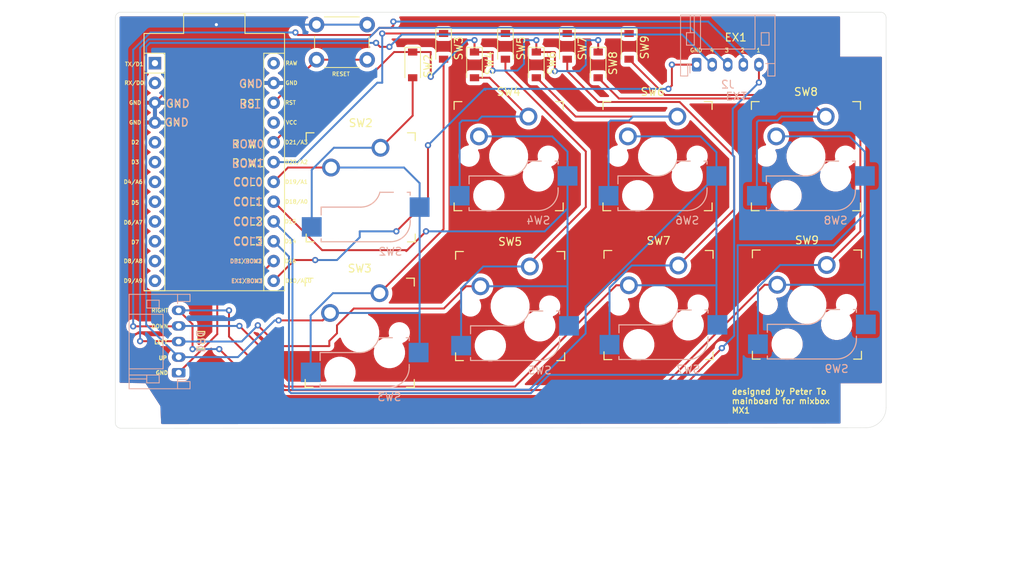
<source format=kicad_pcb>
(kicad_pcb (version 20171130) (host pcbnew "(5.1.12)-1")
  (layers (0 F.Cu signal) (31 B.Cu signal) (34 B.Paste user) (35 F.Paste user) (36 B.SilkS user) (37 F.SilkS user) (38 B.Mask user) (39 F.Mask user) (44 Edge.Cuts user))
  (net 0 "")
  (net 1 "Net-(D1-Pad1)")
  (net 2 "Net-(D1-Pad2)")
  (net 3 "Net-(D2-Pad1)")
  (net 4 "Net-(D2-Pad2)")
  (net 5 "Net-(D3-Pad2)")
  (net 6 "Net-(D4-Pad2)")
  (net 7 "Net-(D5-Pad2)")
  (net 8 "Net-(D6-Pad2)")
  (net 9 "Net-(D7-Pad2)")
  (net 10 "Net-(D8-Pad2)")
  (net 11 GND)
  (net 12 "Net-(SW1-Pad1)")
  (net 13 "Net-(U1-Pad1)")
  (net 14 "Net-(U1-Pad2)")
  (net 15 "Net-(U1-Pad21)")
  (net 16 "Net-(U1-Pad24)")
  (net 17 COL0)
  (net 18 COL1)
  (net 19 COL2)
  (net 20 COL3)
  (net 21 "Net-(J1-Pad1)")
  (net 22 "Net-(J2-Pad1)")
  (net 23 "Net-(U1-Pad5)")
  (net 24 "Net-(U1-Pad6)")
  (net 25 "Net-(U1-Pad7)")
  (net 26 "Net-(U1-Pad8)")
  (net 27 "Net-(U1-Pad9)")
  (net 28 "Net-(U1-Pad10)")
  (net 29 "Net-(U1-Pad11)")
  (net 30 "Net-(U1-Pad12)")
  (module Arduino:Sparkfun_Pro_Micro (layer F.Cu) (at 158.369 99.949 180)
    (fp_text reference U1 hide)
    (fp_text value Sparkfun_Pro_Micro)
    (pad 13 thru_hole oval (at 0 0 180) (size 1.6 1.6) (drill 0.8) (layers *.Cu *.Mask) (net 22 "Net-(J2-Pad1)"))
    (pad 14 thru_hole oval (at 0 2.54 180) (size 1.6 1.6) (drill 0.8) (layers *.Cu *.Mask) (net 21 "Net-(J1-Pad1)"))
    (pad 15 thru_hole oval (at 0 5.08 180) (size 1.6 1.6) (drill 0.8) (layers *.Cu *.Mask) (net 20 COL3))
    (pad 1 thru_hole rect (at 15.24 27.94 180) (size 1.6 1.6) (drill 0.8) (layers *.Cu *.Mask) (net 13 "Net-(U1-Pad1)"))
    (pad 16 thru_hole oval (at 0 7.62 180) (size 1.6 1.6) (drill 0.8) (layers *.Cu *.Mask) (net 19 COL2))
    (pad 2 thru_hole oval (at 15.24 25.4 180) (size 1.6 1.6) (drill 0.8) (layers *.Cu *.Mask) (net 14 "Net-(U1-Pad2)"))
    (pad 17 thru_hole oval (at 0 10.16 180) (size 1.6 1.6) (drill 0.8) (layers *.Cu *.Mask) (net 18 COL1))
    (pad 3 thru_hole oval (at 15.24 22.86 180) (size 1.6 1.6) (drill 0.8) (layers *.Cu *.Mask) (net 11 GND))
    (pad 18 thru_hole oval (at 0 12.7 180) (size 1.6 1.6) (drill 0.8) (layers *.Cu *.Mask) (net 17 COL0))
    (pad 4 thru_hole oval (at 15.24 20.32 180) (size 1.6 1.6) (drill 0.8) (layers *.Cu *.Mask) (net 11 GND))
    (pad 19 thru_hole oval (at 0 15.24 180) (size 1.6 1.6) (drill 0.8) (layers *.Cu *.Mask) (net 3 "Net-(D2-Pad1)"))
    (pad 5 thru_hole oval (at 15.24 17.78 180) (size 1.6 1.6) (drill 0.8) (layers *.Cu *.Mask) (net 23 "Net-(U1-Pad5)"))
    (pad 20 thru_hole oval (at 0 17.78 180) (size 1.6 1.6) (drill 0.8) (layers *.Cu *.Mask) (net 1 "Net-(D1-Pad1)"))
    (pad 6 thru_hole oval (at 15.24 15.24 180) (size 1.6 1.6) (drill 0.8) (layers *.Cu *.Mask) (net 24 "Net-(U1-Pad6)"))
    (pad 21 thru_hole oval (at 0 20.32 180) (size 1.6 1.6) (drill 0.8) (layers *.Cu *.Mask) (net 15 "Net-(U1-Pad21)"))
    (pad 7 thru_hole oval (at 15.24 12.7 180) (size 1.6 1.6) (drill 0.8) (layers *.Cu *.Mask) (net 25 "Net-(U1-Pad7)"))
    (pad 22 thru_hole oval (at 0 22.86 180) (size 1.6 1.6) (drill 0.8) (layers *.Cu *.Mask) (net 12 "Net-(SW1-Pad1)"))
    (pad 8 thru_hole oval (at 15.24 10.16 180) (size 1.6 1.6) (drill 0.8) (layers *.Cu *.Mask) (net 26 "Net-(U1-Pad8)"))
    (pad 23 thru_hole oval (at 0 25.4 180) (size 1.6 1.6) (drill 0.8) (layers *.Cu *.Mask) (net 11 GND))
    (pad 9 thru_hole oval (at 15.24 7.62 180) (size 1.6 1.6) (drill 0.8) (layers *.Cu *.Mask) (net 27 "Net-(U1-Pad9)"))
    (pad 24 thru_hole oval (at 0 27.94 180) (size 1.6 1.6) (drill 0.8) (layers *.Cu *.Mask) (net 16 "Net-(U1-Pad24)"))
    (pad 10 thru_hole oval (at 15.24 5.08 180) (size 1.6 1.6) (drill 0.8) (layers *.Cu *.Mask) (net 28 "Net-(U1-Pad10)"))
    (pad 11 thru_hole oval (at 15.24 2.54 180) (size 1.6 1.6) (drill 0.8) (layers *.Cu *.Mask) (net 29 "Net-(U1-Pad11)"))
    (pad 12 thru_hole oval (at 15.24 0 180) (size 1.6 1.6) (drill 0.8) (layers *.Cu *.Mask) (net 30 "Net-(U1-Pad12)"))
  )
  (module Connector_JST:JST_PH_S5B-PH-K_1x05_P2.00mm_Horizontal (layer B.Cu) (at 212.6615 72.1995)
    (fp_text reference J2 (at 4 2.55) (layer B.SilkS) (effects (justify mirror)))
    (fp_text value Conn_01x05_Male)
    (pad 5 thru_hole oval (at 8 0) (size 1.2 1.75) (drill 0.75) (layers *.Cu *.Mask) (net 20 COL3))
    (pad 4 thru_hole oval (at 6 0) (size 1.2 1.75) (drill 0.75) (layers *.Cu *.Mask) (net 19 COL2))
    (pad 3 thru_hole oval (at 4 0) (size 1.2 1.75) (drill 0.75) (layers *.Cu *.Mask) (net 18 COL1))
    (pad 2 thru_hole oval (at 2 0) (size 1.2 1.75) (drill 0.75) (layers *.Cu *.Mask) (net 17 COL0))
    (pad 1 thru_hole roundrect (at 0 0) (size 1.2 1.75) (drill 0.75) (layers *.Cu *.Mask) (roundrect_rratio 0.208333) (net 22 "Net-(J2-Pad1)"))
  )
  (module Connector_JST:JST_PH_S5B-PH-K_1x05_P2.00mm_Horizontal (layer B.Cu) (at 146.177 111.7425 90)
    (fp_text reference J1 hide)
    (fp_text value Conn_01x05_Male)
    (pad 1 thru_hole roundrect (at 0 0 90) (size 1.2 1.75) (drill 0.75) (layers *.Cu *.Mask) (roundrect_rratio 0.2083325) (net 21 "Net-(J1-Pad1)"))
    (pad 2 thru_hole oval (at 2 0 90) (size 1.2 1.75) (drill 0.75) (layers *.Cu *.Mask) (net 17 COL0))
    (pad 3 thru_hole oval (at 4 0 90) (size 1.2 1.75) (drill 0.75) (layers *.Cu *.Mask) (net 18 COL1))
    (pad 4 thru_hole oval (at 6 0 90) (size 1.2 1.75) (drill 0.75) (layers *.Cu *.Mask) (net 19 COL2))
    (pad 5 thru_hole oval (at 8 0 90) (size 1.2 1.75) (drill 0.75) (layers *.Cu *.Mask) (net 20 COL3))
  )
  (module MountingHole:MountingHole_2.2mm_M2 (layer F.Cu) (at 140.462 115.6335)
    (fp_text reference REF** hide)
    (fp_text value MountingHole_2.2mm_M2)
    (pad 1 np_thru_hole circle (at 0 0) (size 2.2 2.2) (drill 2.2) (layers *.Cu *.Mask))
  )
  (module MountingHole:MountingHole_2.2mm_M2 (layer F.Cu) (at 233.68 115.6335)
    (fp_text reference REF** hide)
    (fp_text value MountingHole_2.2mm_M2)
    (pad 1 np_thru_hole circle (at 0 0) (size 2.2 2.2) (drill 2.2) (layers *.Cu *.Mask))
  )
  (module MountingHole:MountingHole_2.2mm_M2 (layer F.Cu) (at 233.6165 68.453)
    (fp_text reference REF** hide)
    (fp_text value MountingHole_2.2mm_M2)
    (pad 1 np_thru_hole circle (at 0 0) (size 2.2 2.2) (drill 2.2) (layers *.Cu *.Mask))
  )
  (module Button_Switch_THT:SW_PUSH_6mm (layer F.Cu) (at 170.3705 71.5645 180)
    (fp_text reference SW1 hide)
    (fp_text value SW_Push)
    (pad 2 thru_hole circle (at 0 4.5 270) (size 2 2) (drill 1.1) (layers *.Cu *.Mask) (net 11 GND))
    (pad 1 thru_hole circle (at 0 0 270) (size 2 2) (drill 1.1) (layers *.Cu *.Mask) (net 12 "Net-(SW1-Pad1)"))
    (pad 2 thru_hole circle (at 6.5 4.5 270) (size 2 2) (drill 1.1) (layers *.Cu *.Mask) (net 11 GND))
    (pad 1 thru_hole circle (at 6.5 0 270) (size 2 2) (drill 1.1) (layers *.Cu *.Mask) (net 12 "Net-(SW1-Pad1)"))
  )
  (module Diode_SMD:D_SOD-123 (layer F.Cu) (at 176.2125 72.23125 270)
    (fp_text reference D1 hide)
    (fp_text value 1N4148W)
    (pad 1 smd rect (at -1.65 0 270) (size 0.9 1.2) (layers F.Cu F.Paste F.Mask) (net 1 "Net-(D1-Pad1)"))
    (pad 2 smd rect (at 1.65 0 270) (size 0.9 1.2) (layers F.Cu F.Paste F.Mask) (net 2 "Net-(D1-Pad2)"))
  )
  (module Diode_SMD:D_SOD-123 (layer F.Cu) (at 180.18125 69.85 270)
    (fp_text reference D2 hide)
    (fp_text value 1N4148W)
    (pad 1 smd rect (at -1.65 0 270) (size 0.9 1.2) (layers F.Cu F.Paste F.Mask) (net 3 "Net-(D2-Pad1)"))
    (pad 2 smd rect (at 1.65 0 270) (size 0.9 1.2) (layers F.Cu F.Paste F.Mask) (net 4 "Net-(D2-Pad2)"))
  )
  (module Diode_SMD:D_SOD-123 (layer F.Cu) (at 184.15 72.23125 270)
    (fp_text reference D3 hide)
    (fp_text value 1N4148W)
    (pad 2 smd rect (at 1.65 0 270) (size 0.9 1.2) (layers F.Cu F.Paste F.Mask) (net 5 "Net-(D3-Pad2)"))
    (pad 1 smd rect (at -1.65 0 270) (size 0.9 1.2) (layers F.Cu F.Paste F.Mask) (net 1 "Net-(D1-Pad1)"))
  )
  (module Diode_SMD:D_SOD-123 (layer F.Cu) (at 188.11875 69.85 270)
    (fp_text reference D4 hide)
    (fp_text value 1N4148W)
    (pad 1 smd rect (at -1.65 0 270) (size 0.9 1.2) (layers F.Cu F.Paste F.Mask) (net 3 "Net-(D2-Pad1)"))
    (pad 2 smd rect (at 1.65 0 270) (size 0.9 1.2) (layers F.Cu F.Paste F.Mask) (net 6 "Net-(D4-Pad2)"))
  )
  (module Diode_SMD:D_SOD-123 (layer F.Cu) (at 192.0875 72.23125 270)
    (fp_text reference D5 hide)
    (fp_text value 1N4148W)
    (pad 1 smd rect (at -1.65 0 270) (size 0.9 1.2) (layers F.Cu F.Paste F.Mask) (net 1 "Net-(D1-Pad1)"))
    (pad 2 smd rect (at 1.65 0 270) (size 0.9 1.2) (layers F.Cu F.Paste F.Mask) (net 7 "Net-(D5-Pad2)"))
  )
  (module Diode_SMD:D_SOD-123 (layer F.Cu) (at 196.05625 69.85 270)
    (fp_text reference D6 hide)
    (fp_text value 1N4148W)
    (pad 1 smd rect (at -1.65 0 270) (size 0.9 1.2) (layers F.Cu F.Paste F.Mask) (net 3 "Net-(D2-Pad1)"))
    (pad 2 smd rect (at 1.65 0 270) (size 0.9 1.2) (layers F.Cu F.Paste F.Mask) (net 8 "Net-(D6-Pad2)"))
  )
  (module Diode_SMD:D_SOD-123 (layer F.Cu) (at 200.025 72.23125 270)
    (fp_text reference D7 hide)
    (fp_text value 1N4148W)
    (pad 2 smd rect (at 1.65 0 270) (size 0.9 1.2) (layers F.Cu F.Paste F.Mask) (net 9 "Net-(D7-Pad2)"))
    (pad 1 smd rect (at -1.65 0 270) (size 0.9 1.2) (layers F.Cu F.Paste F.Mask) (net 1 "Net-(D1-Pad1)"))
  )
  (module Diode_SMD:D_SOD-123 (layer F.Cu) (at 203.99375 69.851 270)
    (fp_text reference D8 hide)
    (fp_text value 1N4148W)
    (pad 2 smd rect (at 1.65 0 270) (size 0.9 1.2) (layers F.Cu F.Paste F.Mask) (net 10 "Net-(D8-Pad2)"))
    (pad 1 smd rect (at -1.65 0 270) (size 0.9 1.2) (layers F.Cu F.Paste F.Mask) (net 3 "Net-(D2-Pad1)"))
  )
  (module KeySwitches:Kailh_socket_MX_optional (layer F.Cu) (at 169.545 87.9475)
    (fp_text reference SW2 (at 0 -8.255) (layer F.SilkS))
    (fp_text value SW_Push)
    (fp_text user %R (at 3.81 8.255) (layer B.SilkS) (effects (justify mirror)))
    (pad 1 smd rect (at -6.29 5.08) (size 2.55 2.5) (layers B.Cu B.Paste B.Mask) (net 2 "Net-(D1-Pad2)"))
    (pad "" np_thru_hole circle (at -2.54 5.08) (size 3 3) (drill 3) (layers *.Cu *.Mask))
    (pad "" np_thru_hole circle (at 3.81 2.54) (size 3 3) (drill 3) (layers *.Cu *.Mask))
    (pad 1 thru_hole circle (at 2.54 -5.08) (size 2.286 2.286) (drill 1.4986) (layers *.Cu *.Mask) (net 2 "Net-(D1-Pad2)"))
    (pad "" np_thru_hole circle (at 0 0) (size 3.9878 3.9878) (drill 3.9878) (layers *.Cu *.Mask))
    (pad 2 thru_hole circle (at -3.81 -2.54) (size 2.286 2.286) (drill 1.4986) (layers *.Cu *.Mask) (net 17 COL0))
    (pad "" np_thru_hole circle (at 5.08 0) (size 1.7018 1.7018) (drill 1.7018) (layers *.Cu *.Mask))
    (pad "" np_thru_hole circle (at -5.08 0) (size 1.7018 1.7018) (drill 1.7018) (layers *.Cu *.Mask))
    (pad 2 smd rect (at 7.56 2.54) (size 2.55 2.5) (layers B.Cu B.Paste B.Mask) (net 17 COL0))
  )
  (module KeySwitches:Kailh_socket_MX_optional (layer F.Cu) (at 169.418 106.6165)
    (fp_text reference SW3 (at 0 -8.255) (layer F.SilkS))
    (fp_text value SW_Push)
    (fp_text user %R (at 3.81 8.255) (layer B.SilkS) (effects (justify mirror)))
    (pad 1 smd rect (at -6.29 5.08) (size 2.55 2.5) (layers B.Cu B.Paste B.Mask) (net 4 "Net-(D2-Pad2)"))
    (pad "" np_thru_hole circle (at -2.54 5.08) (size 3 3) (drill 3) (layers *.Cu *.Mask))
    (pad "" np_thru_hole circle (at 3.81 2.54) (size 3 3) (drill 3) (layers *.Cu *.Mask))
    (pad 1 thru_hole circle (at 2.54 -5.08) (size 2.286 2.286) (drill 1.4986) (layers *.Cu *.Mask) (net 4 "Net-(D2-Pad2)"))
    (pad "" np_thru_hole circle (at 0 0) (size 3.9878 3.9878) (drill 3.9878) (layers *.Cu *.Mask))
    (pad 2 thru_hole circle (at -3.81 -2.54) (size 2.286 2.286) (drill 1.4986) (layers *.Cu *.Mask) (net 17 COL0))
    (pad "" np_thru_hole circle (at 5.08 0) (size 1.7018 1.7018) (drill 1.7018) (layers *.Cu *.Mask))
    (pad "" np_thru_hole circle (at -5.08 0) (size 1.7018 1.7018) (drill 1.7018) (layers *.Cu *.Mask))
    (pad 2 smd rect (at 7.56 2.54) (size 2.55 2.5) (layers B.Cu B.Paste B.Mask) (net 17 COL0))
  )
  (module KeySwitches:Kailh_socket_MX_optional (layer F.Cu) (at 188.5315 83.947)
    (fp_text reference SW4 (at 0 -8.255) (layer F.SilkS))
    (fp_text value SW_Push)
    (fp_text user %R (at 3.81 8.255) (layer B.SilkS) (effects (justify mirror)))
    (pad 2 smd rect (at 7.56 2.54) (size 2.55 2.5) (layers B.Cu B.Paste B.Mask) (net 18 COL1))
    (pad "" np_thru_hole circle (at -5.08 0) (size 1.7018 1.7018) (drill 1.7018) (layers *.Cu *.Mask))
    (pad "" np_thru_hole circle (at 5.08 0) (size 1.7018 1.7018) (drill 1.7018) (layers *.Cu *.Mask))
    (pad 2 thru_hole circle (at -3.81 -2.54) (size 2.286 2.286) (drill 1.4986) (layers *.Cu *.Mask) (net 18 COL1))
    (pad "" np_thru_hole circle (at 0 0) (size 3.9878 3.9878) (drill 3.9878) (layers *.Cu *.Mask))
    (pad 1 thru_hole circle (at 2.54 -5.08) (size 2.286 2.286) (drill 1.4986) (layers *.Cu *.Mask) (net 5 "Net-(D3-Pad2)"))
    (pad "" np_thru_hole circle (at 3.81 2.54) (size 3 3) (drill 3) (layers *.Cu *.Mask))
    (pad "" np_thru_hole circle (at -2.54 5.08) (size 3 3) (drill 3) (layers *.Cu *.Mask))
    (pad 1 smd rect (at -6.29 5.08) (size 2.55 2.5) (layers B.Cu B.Paste B.Mask) (net 5 "Net-(D3-Pad2)"))
  )
  (module KeySwitches:Kailh_socket_MX_optional (layer F.Cu) (at 188.722 103.1875)
    (fp_text reference SW5 (at 0 -8.255) (layer F.SilkS))
    (fp_text value SW_Push)
    (fp_text user %R (at 3.81 8.255) (layer B.SilkS) (effects (justify mirror)))
    (pad 2 smd rect (at 7.56 2.54) (size 2.55 2.5) (layers B.Cu B.Paste B.Mask) (net 18 COL1))
    (pad "" np_thru_hole circle (at -5.08 0) (size 1.7018 1.7018) (drill 1.7018) (layers *.Cu *.Mask))
    (pad "" np_thru_hole circle (at 5.08 0) (size 1.7018 1.7018) (drill 1.7018) (layers *.Cu *.Mask))
    (pad 2 thru_hole circle (at -3.81 -2.54) (size 2.286 2.286) (drill 1.4986) (layers *.Cu *.Mask) (net 18 COL1))
    (pad "" np_thru_hole circle (at 0 0) (size 3.9878 3.9878) (drill 3.9878) (layers *.Cu *.Mask))
    (pad 1 thru_hole circle (at 2.54 -5.08) (size 2.286 2.286) (drill 1.4986) (layers *.Cu *.Mask) (net 6 "Net-(D4-Pad2)"))
    (pad "" np_thru_hole circle (at 3.81 2.54) (size 3 3) (drill 3) (layers *.Cu *.Mask))
    (pad "" np_thru_hole circle (at -2.54 5.08) (size 3 3) (drill 3) (layers *.Cu *.Mask))
    (pad 1 smd rect (at -6.29 5.08) (size 2.55 2.5) (layers B.Cu B.Paste B.Mask) (net 6 "Net-(D4-Pad2)"))
  )
  (module KeySwitches:Kailh_socket_MX_optional (layer F.Cu) (at 207.645 83.947)
    (fp_text reference SW6 (at -0.635 -8.255) (layer F.SilkS))
    (fp_text value SW_Push)
    (fp_text user %R (at 3.81 8.255) (layer B.SilkS) (effects (justify mirror)))
    (pad 1 smd rect (at -6.29 5.08) (size 2.55 2.5) (layers B.Cu B.Paste B.Mask) (net 7 "Net-(D5-Pad2)"))
    (pad "" np_thru_hole circle (at -2.54 5.08) (size 3 3) (drill 3) (layers *.Cu *.Mask))
    (pad "" np_thru_hole circle (at 3.81 2.54) (size 3 3) (drill 3) (layers *.Cu *.Mask))
    (pad 1 thru_hole circle (at 2.54 -5.08) (size 2.286 2.286) (drill 1.4986) (layers *.Cu *.Mask) (net 7 "Net-(D5-Pad2)"))
    (pad "" np_thru_hole circle (at 0 0) (size 3.9878 3.9878) (drill 3.9878) (layers *.Cu *.Mask))
    (pad 2 thru_hole circle (at -3.81 -2.54) (size 2.286 2.286) (drill 1.4986) (layers *.Cu *.Mask) (net 19 COL2))
    (pad "" np_thru_hole circle (at 5.08 0) (size 1.7018 1.7018) (drill 1.7018) (layers *.Cu *.Mask))
    (pad "" np_thru_hole circle (at -5.08 0) (size 1.7018 1.7018) (drill 1.7018) (layers *.Cu *.Mask))
    (pad 2 smd rect (at 7.56 2.54) (size 2.55 2.5) (layers B.Cu B.Paste B.Mask) (net 19 COL2))
  )
  (module KeySwitches:Kailh_socket_MX_optional (layer F.Cu) (at 207.772 103.0605)
    (fp_text reference SW7 (at 0 -8.255) (layer F.SilkS))
    (fp_text value SW_Push)
    (fp_text user %R (at 3.81 8.255) (layer B.SilkS) (effects (justify mirror)))
    (pad 1 smd rect (at -6.29 5.08) (size 2.55 2.5) (layers B.Cu B.Paste B.Mask) (net 8 "Net-(D6-Pad2)"))
    (pad "" np_thru_hole circle (at -2.54 5.08) (size 3 3) (drill 3) (layers *.Cu *.Mask))
    (pad "" np_thru_hole circle (at 3.81 2.54) (size 3 3) (drill 3) (layers *.Cu *.Mask))
    (pad 1 thru_hole circle (at 2.54 -5.08) (size 2.286 2.286) (drill 1.4986) (layers *.Cu *.Mask) (net 8 "Net-(D6-Pad2)"))
    (pad "" np_thru_hole circle (at 0 0) (size 3.9878 3.9878) (drill 3.9878) (layers *.Cu *.Mask))
    (pad 2 thru_hole circle (at -3.81 -2.54) (size 2.286 2.286) (drill 1.4986) (layers *.Cu *.Mask) (net 19 COL2))
    (pad "" np_thru_hole circle (at 5.08 0) (size 1.7018 1.7018) (drill 1.7018) (layers *.Cu *.Mask))
    (pad "" np_thru_hole circle (at -5.08 0) (size 1.7018 1.7018) (drill 1.7018) (layers *.Cu *.Mask))
    (pad 2 smd rect (at 7.56 2.54) (size 2.55 2.5) (layers B.Cu B.Paste B.Mask) (net 19 COL2))
  )
  (module KeySwitches:Kailh_socket_MX_optional (layer F.Cu) (at 226.695 83.947)
    (fp_text reference SW8 (at 0 -8.255) (layer F.SilkS))
    (fp_text value SW_Push)
    (fp_text user %R (at 3.81 8.255) (layer B.SilkS) (effects (justify mirror)))
    (pad 1 smd rect (at -6.29 5.08) (size 2.55 2.5) (layers B.Cu B.Paste B.Mask) (net 9 "Net-(D7-Pad2)"))
    (pad "" np_thru_hole circle (at -2.54 5.08) (size 3 3) (drill 3) (layers *.Cu *.Mask))
    (pad "" np_thru_hole circle (at 3.81 2.54) (size 3 3) (drill 3) (layers *.Cu *.Mask))
    (pad 1 thru_hole circle (at 2.54 -5.08) (size 2.286 2.286) (drill 1.4986) (layers *.Cu *.Mask) (net 9 "Net-(D7-Pad2)"))
    (pad "" np_thru_hole circle (at 0 0) (size 3.9878 3.9878) (drill 3.9878) (layers *.Cu *.Mask))
    (pad 2 thru_hole circle (at -3.81 -2.54) (size 2.286 2.286) (drill 1.4986) (layers *.Cu *.Mask) (net 20 COL3))
    (pad "" np_thru_hole circle (at 5.08 0) (size 1.7018 1.7018) (drill 1.7018) (layers *.Cu *.Mask))
    (pad "" np_thru_hole circle (at -5.08 0) (size 1.7018 1.7018) (drill 1.7018) (layers *.Cu *.Mask))
    (pad 2 smd rect (at 7.56 2.54) (size 2.55 2.5) (layers B.Cu B.Paste B.Mask) (net 20 COL3))
  )
  (module KeySwitches:Kailh_socket_MX_optional (layer F.Cu) (at 226.822 102.997)
    (fp_text reference SW9 (at 0 -8.255) (layer F.SilkS))
    (fp_text value SW_Push)
    (fp_text user %R (at 3.81 8.255) (layer B.SilkS) (effects (justify mirror)))
    (pad 2 smd rect (at 7.56 2.54) (size 2.55 2.5) (layers B.Cu B.Paste B.Mask) (net 20 COL3))
    (pad "" np_thru_hole circle (at -5.08 0) (size 1.7018 1.7018) (drill 1.7018) (layers *.Cu *.Mask))
    (pad "" np_thru_hole circle (at 5.08 0) (size 1.7018 1.7018) (drill 1.7018) (layers *.Cu *.Mask))
    (pad 2 thru_hole circle (at -3.81 -2.54) (size 2.286 2.286) (drill 1.4986) (layers *.Cu *.Mask) (net 20 COL3))
    (pad "" np_thru_hole circle (at 0 0) (size 3.9878 3.9878) (drill 3.9878) (layers *.Cu *.Mask))
    (pad 1 thru_hole circle (at 2.54 -5.08) (size 2.286 2.286) (drill 1.4986) (layers *.Cu *.Mask) (net 10 "Net-(D8-Pad2)"))
    (pad "" np_thru_hole circle (at 3.81 2.54) (size 3 3) (drill 3) (layers *.Cu *.Mask))
    (pad "" np_thru_hole circle (at -2.54 5.08) (size 3 3) (drill 3) (layers *.Cu *.Mask))
    (pad 1 smd rect (at -6.29 5.08) (size 2.55 2.5) (layers B.Cu B.Paste B.Mask) (net 10 "Net-(D8-Pad2)"))
  )
  (gr_text DP1/ROW2 (at 154.813 97.409 180) (layer B.SilkS) (effects (font (size 0.5 0.5) (thickness 0.1)) (justify mirror)))
  (gr_text EX1/ROW3 (at 154.94 99.949 180) (layer B.SilkS) (effects (font (size 0.5 0.5) (thickness 0.1)) (justify mirror)))
  (gr_text DP1/ROW2 (at 154.813 97.409) (layer F.SilkS) (effects (font (size 0.5 0.5) (thickness 0.1))))
  (gr_text D10/A10 (at 161.544 99.949) (layer F.SilkS) (effects (font (size 0.5 0.5) (thickness 0.1))))
  (gr_text D16 (at 160.528 97.409) (layer F.SilkS) (effects (font (size 0.5 0.5) (thickness 0.1))))
  (gr_text D14 (at 160.528 94.869) (layer F.SilkS) (effects (font (size 0.5 0.5) (thickness 0.1))))
  (gr_text D15 (at 160.528 92.329) (layer F.SilkS) (effects (font (size 0.5 0.5) (thickness 0.1))))
  (gr_text D18/A0 (at 161.29 89.789) (layer F.SilkS) (effects (font (size 0.5 0.5) (thickness 0.1))))
  (gr_text D19/A1 (at 161.29 87.249) (layer F.SilkS) (effects (font (size 0.5 0.5) (thickness 0.1))))
  (gr_text D20/A2 (at 161.29 84.709) (layer F.SilkS) (effects (font (size 0.5 0.5) (thickness 0.1))))
  (gr_text D21/A3 (at 161.29 82.169) (layer F.SilkS) (effects (font (size 0.5 0.5) (thickness 0.1))))
  (gr_text VCC (at 160.655 79.629) (layer F.SilkS) (effects (font (size 0.5 0.5) (thickness 0.1))))
  (gr_text RST (at 160.528 77.089) (layer F.SilkS) (effects (font (size 0.5 0.5) (thickness 0.1))))
  (gr_text GND (at 160.655 74.549) (layer F.SilkS) (effects (font (size 0.5 0.5) (thickness 0.1))))
  (gr_text RAW (at 160.655 72.009) (layer F.SilkS) (effects (font (size 0.5 0.5) (thickness 0.1))))
  (gr_text D9/A9 (at 140.335 99.949) (layer F.SilkS) (effects (font (size 0.5 0.5) (thickness 0.1))))
  (gr_text D8/A8 (at 140.335 97.409) (layer F.SilkS) (effects (font (size 0.5 0.5) (thickness 0.1))))
  (gr_text D7 (at 140.589 94.996) (layer F.SilkS) (effects (font (size 0.5 0.5) (thickness 0.1))))
  (gr_text D6/A7 (at 140.335 92.456) (layer F.SilkS) (effects (font (size 0.5 0.5) (thickness 0.1))))
  (gr_text D4/A6 (at 140.335 87.249) (layer F.SilkS) (effects (font (size 0.5 0.5) (thickness 0.1))))
  (gr_text D5 (at 140.589 89.916) (layer F.SilkS) (effects (font (size 0.5 0.5) (thickness 0.1))))
  (gr_text D3 (at 140.589 84.709) (layer F.SilkS) (effects (font (size 0.5 0.5) (thickness 0.1))))
  (gr_text D2 (at 140.589 82.169) (layer F.SilkS) (effects (font (size 0.5 0.5) (thickness 0.1))))
  (gr_text GND (at 140.589 79.629) (layer F.SilkS) (effects (font (size 0.5 0.5) (thickness 0.1))))
  (gr_text GND (at 140.589 77.089) (layer F.SilkS) (effects (font (size 0.5 0.5) (thickness 0.1))))
  (gr_text RX/D0 (at 140.462 74.549) (layer F.SilkS) (effects (font (size 0.5 0.5) (thickness 0.1))))
  (gr_text TX/D1 (at 140.462 72.136) (layer F.SilkS) (effects (font (size 0.5 0.5) (thickness 0.1))))
  (gr_text GND (at 145.923 79.629) (layer F.SilkS) (effects (font (size 1 1))))
  (gr_text GND (at 145.923 79.502 180) (layer B.SilkS) (effects (font (size 1 1)) (justify mirror)))
  (gr_text GND (at 146.05 77.216) (layer F.SilkS) (effects (font (size 1 1))))
  (gr_text GND (at 146.05 77.089 180) (layer B.SilkS) (effects (font (size 1 1)) (justify mirror)))
  (gr_text GND (at 155.448 74.549 180) (layer B.SilkS) (effects (font (size 1 1)) (justify mirror)))
  (gr_text GND (at 155.448 74.676) (layer F.SilkS) (effects (font (size 1 1))))
  (gr_text RST (at 155.321 77.216 180) (layer B.SilkS) (effects (font (size 1 1)) (justify mirror)))
  (gr_text RST (at 155.321 77.216) (layer F.SilkS) (effects (font (size 1 1))))
  (gr_text EX1/ROW3 (at 154.94 99.949) (layer F.SilkS) (effects (font (size 0.5 0.5) (thickness 0.1))))
  (gr_text SW9 (at 205.994 69.977 90) (layer F.SilkS) (effects (font (size 1 1))))
  (gr_text SW8 (at 201.93 72.009 90) (layer F.SilkS) (effects (font (size 1 1))))
  (gr_text SW7 (at 197.993 70.104 90) (layer F.SilkS) (effects (font (size 1 1))))
  (gr_text SW6 (at 194.056 72.009 90) (layer F.SilkS) (effects (font (size 1 1))))
  (gr_text SW5 (at 190.119 70.104 90) (layer F.SilkS) (effects (font (size 1 1))))
  (gr_text SW4 (at 186.055 72.009 90) (layer F.SilkS) (effects (font (size 1 1))))
  (gr_text SW3 (at 182.118 70.104 90) (layer F.SilkS) (effects (font (size 1 1))))
  (gr_text SW2 (at 178.181 72.39 90) (layer F.SilkS) (effects (font (size 1 1))))
  (gr_text COL3 (at 155.067 94.869) (layer F.SilkS) (effects (font (size 1 1))))
  (gr_text COL2 (at 155.067 92.329) (layer F.SilkS) (effects (font (size 1 1))))
  (gr_text COL1 (at 155.067 89.789) (layer F.SilkS) (effects (font (size 1 1))))
  (gr_text COL0 (at 155.067 87.249) (layer F.SilkS) (effects (font (size 1 1))))
  (gr_text ROW1 (at 155.067 84.836) (layer F.SilkS) (effects (font (size 1 1))))
  (gr_text ROW0 (at 155.067 82.423) (layer F.SilkS) (effects (font (size 1 1))))
  (gr_text EX1 (at 217.805 76.2 180) (layer B.SilkS) (effects (font (size 1 1)) (justify mirror)))
  (gr_text DP1 (at 148.971 107.696 270) (layer B.SilkS) (effects (font (size 1 1)) (justify mirror)))
  (gr_text ROW1 (at 155.067 84.836 180) (layer B.SilkS) (effects (font (size 1 1)) (justify mirror)))
  (gr_text ROW0 (at 155.067 82.296 180) (layer B.SilkS) (effects (font (size 1 1)) (justify mirror)))
  (gr_text COL3 (at 155.067 94.869 180) (layer B.SilkS) (effects (font (size 1 1)) (justify mirror)))
  (gr_text COL2 (at 155.067 92.329 180) (layer B.SilkS) (effects (font (size 1 1)) (justify mirror)))
  (gr_text COL1 (at 155.067 89.789 180) (layer B.SilkS) (effects (font (size 1 1)) (justify mirror)))
  (gr_text COL0 (at 155.067 87.249 180) (layer B.SilkS) (effects (font (size 1 1)) (justify mirror)))
  (gr_text 1 (at 220.599 70.358) (layer F.SilkS) (effects (font (size 0.5 0.5) (thickness 0.1))))
  (gr_text 2 (at 218.567 70.358) (layer F.SilkS) (effects (font (size 0.5 0.5) (thickness 0.1))))
  (gr_text 3 (at 216.535 70.358) (layer F.SilkS) (effects (font (size 0.5 0.5) (thickness 0.1))))
  (gr_text 4 (at 214.63 70.358) (layer F.SilkS) (effects (font (size 0.5 0.5) (thickness 0.1))))
  (gr_text RESET (at 167.005 73.406) (layer F.SilkS) (effects (font (size 0.5 0.5) (thickness 0.1))))
  (gr_text GND (at 212.598 70.358) (layer F.SilkS) (effects (font (size 0.5 0.5) (thickness 0.1))))
  (gr_text EX1 (at 217.678 68.707) (layer F.SilkS) (effects (font (size 1 1))))
  (gr_text RIGHT (at 143.764 103.759) (layer F.SilkS) (effects (font (size 0.5 0.5) (thickness 0.1))))
  (gr_text DOWN (at 143.764 105.791) (layer F.SilkS) (effects (font (size 0.5 0.5) (thickness 0.1))))
  (gr_text LEFT (at 143.891 107.823) (layer F.SilkS) (effects (font (size 0.5 0.5) (thickness 0.125))))
  (gr_text UP (at 144.145 109.855) (layer F.SilkS) (effects (font (size 0.5 0.5) (thickness 0.125))))
  (gr_text GND (at 144.018 111.76) (layer F.SilkS) (effects (font (size 0.5 0.5) (thickness 0.125))))
  (gr_text DP1 (at 148.971 107.696 -90) (layer F.SilkS) (effects (font (size 1 1))))
  (gr_text "designed by Peter To\nmainboard for mixbox\nMX1\n" (at 217.1065 115.3795) (layer F.SilkS) (effects (font (size 0.75 0.75)) (justify left)))
  (gr_line (start 138.7475 118.872) (end 140.2715 118.872) (layer Edge.Cuts) (width 0.05))
  (gr_arc (start 138.7475 118.1735) (end 138.049 118.1735) (angle -90) (layer Edge.Cuts) (width 0.05))
  (gr_line (start 138.049 66.167) (end 138.049 118.1735) (layer Edge.Cuts) (width 0.05))
  (gr_arc (start 138.7475 66.167) (end 138.7475 65.4685) (angle -90) (layer Edge.Cuts) (width 0.05))
  (gr_line (start 236.2835 65.4685) (end 138.7475 65.4685) (layer Edge.Cuts) (width 0.05))
  (gr_arc (start 236.2835 66.167) (end 236.982 66.167) (angle -90) (layer Edge.Cuts) (width 0.05))
  (gr_line (start 236.982 116.205) (end 236.982 66.167) (layer Edge.Cuts) (width 0.05))
  (gr_arc (start 234.3785 116.205) (end 234.3785 118.8085) (angle -90) (layer Edge.Cuts) (width 0.05))
  (gr_line (start 233.68 118.8085) (end 234.3785 118.8085) (layer Edge.Cuts) (width 0.05))
  (gr_line (start 233.68 118.8085) (end 140.2715 118.872) (layer Edge.Cuts) (width 0.05))
  (segment (start 158.581498 82.169) (end 158.369 82.169) (width 0.25) (layer F.Cu) (net 1))
  (segment (start 178.53125 73.75625) (end 178.53125 73.75625) (width 0.25) (layer F.Cu) (net 1))
  (via (at 178.53125 73.75625) (size 0.8) (drill 0.4) (layers F.Cu B.Cu) (net 1))
  (segment (start 178.53125 73.75625) (end 183.23125 69.05625) (width 0.25) (layer B.Cu) (net 1))
  (segment (start 183.23125 69.05625) (end 184.15 69.05625) (width 0.25) (layer B.Cu) (net 1))
  (segment (start 184.15 69.05625) (end 184.15 69.05625) (width 0.25) (layer B.Cu) (net 1))
  (via (at 184.15 69.05625) (size 0.8) (drill 0.4) (layers F.Cu B.Cu) (net 1))
  (segment (start 184.15 69.05625) (end 184.15 70.58125) (width 0.25) (layer F.Cu) (net 1))
  (segment (start 184.15 70.58125) (end 186.46875 70.58125) (width 0.25) (layer F.Cu) (net 1))
  (segment (start 186.46875 70.58125) (end 186.53125 70.64375) (width 0.25) (layer F.Cu) (net 1))
  (segment (start 186.46875 70.58125) (end 186.46875 72.9625) (width 0.25) (layer F.Cu) (net 1))
  (segment (start 186.46875 72.9625) (end 186.46875 72.9625) (width 0.25) (layer F.Cu) (net 1))
  (via (at 186.46875 72.9625) (size 0.8) (drill 0.4) (layers F.Cu B.Cu) (net 1))
  (segment (start 186.46875 72.9625) (end 189.64375 72.9625) (width 0.25) (layer B.Cu) (net 1))
  (segment (start 189.64375 72.9625) (end 190.5 72.10625) (width 0.25) (layer B.Cu) (net 1))
  (segment (start 190.5 72.10625) (end 190.5 69.05625) (width 0.25) (layer B.Cu) (net 1))
  (segment (start 190.5 69.05625) (end 192.0875 69.05625) (width 0.25) (layer B.Cu) (net 1))
  (segment (start 192.0875 69.05625) (end 192.0875 69.05625) (width 0.25) (layer B.Cu) (net 1))
  (via (at 192.0875 69.05625) (size 0.8) (drill 0.4) (layers F.Cu B.Cu) (net 1))
  (segment (start 192.0875 69.05625) (end 192.0875 70.58125) (width 0.25) (layer F.Cu) (net 1))
  (segment (start 192.0875 70.58125) (end 194.40625 70.58125) (width 0.25) (layer F.Cu) (net 1))
  (segment (start 194.40625 70.58125) (end 194.46875 70.64375) (width 0.25) (layer F.Cu) (net 1))
  (segment (start 194.46875 70.64375) (end 194.46875 73.025) (width 0.25) (layer F.Cu) (net 1))
  (segment (start 194.46875 73.025) (end 194.46875 73.025) (width 0.25) (layer F.Cu) (net 1))
  (via (at 194.46875 73.025) (size 0.8) (drill 0.4) (layers F.Cu B.Cu) (net 1))
  (segment (start 194.46875 73.025) (end 197.64375 73.025) (width 0.25) (layer B.Cu) (net 1))
  (segment (start 197.64375 73.025) (end 198.4375 72.23125) (width 0.25) (layer B.Cu) (net 1))
  (segment (start 198.4375 72.23125) (end 198.4375 69.05625) (width 0.25) (layer B.Cu) (net 1))
  (segment (start 198.4375 69.05625) (end 200.025 69.05625) (width 0.25) (layer B.Cu) (net 1))
  (segment (start 200.025 69.05625) (end 200.025 69.05625) (width 0.25) (layer B.Cu) (net 1))
  (via (at 200.025 69.05625) (size 0.8) (drill 0.4) (layers F.Cu B.Cu) (net 1))
  (segment (start 200.025 69.05625) (end 200.025 70.58125) (width 0.25) (layer F.Cu) (net 1))
  (segment (start 162.4965 78.0415) (end 158.369 82.169) (width 0.25) (layer F.Cu) (net 1))
  (segment (start 166.37 78.0415) (end 162.4965 78.0415) (width 0.25) (layer F.Cu) (net 1))
  (segment (start 173.83025 70.58125) (end 166.37 78.0415) (width 0.25) (layer F.Cu) (net 1))
  (segment (start 176.2125 70.58125) (end 173.83025 70.58125) (width 0.25) (layer F.Cu) (net 1))
  (segment (start 178.53125 73.75625) (end 178.53125 70.58125) (width 0.25) (layer F.Cu) (net 1))
  (segment (start 178.53125 70.58125) (end 176.2125 70.58125) (width 0.25) (layer F.Cu) (net 1))
  (segment (start 176.2125 78.74) (end 172.085 82.8675) (width 0.25) (layer F.Cu) (net 2))
  (segment (start 176.2125 73.88125) (end 176.2125 78.74) (width 0.25) (layer F.Cu) (net 2))
  (segment (start 163.255 85.714858) (end 163.255 93.0275) (width 0.25) (layer B.Cu) (net 2))
  (segment (start 166.102358 82.8675) (end 163.255 85.714858) (width 0.25) (layer B.Cu) (net 2))
  (segment (start 172.085 82.8675) (end 166.102358 82.8675) (width 0.25) (layer B.Cu) (net 2))
  (segment (start 180.18225 68.201) (end 180.18125 68.2) (width 0.25) (layer F.Cu) (net 3))
  (segment (start 203.99375 68.201) (end 180.18225 68.201) (width 0.25) (layer F.Cu) (net 3))
  (segment (start 180.18125 68.2) (end 172.30625 68.2) (width 0.25) (layer F.Cu) (net 3))
  (segment (start 172.30625 68.2) (end 172.30625 68.2) (width 0.25) (layer F.Cu) (net 3))
  (via (at 172.30625 68.2) (size 0.8) (drill 0.4) (layers F.Cu B.Cu) (net 3))
  (segment (start 172.30625 68.2) (end 172.30625 74.51825) (width 0.25) (layer B.Cu) (net 3))
  (segment (start 172.30625 74.51825) (end 171.67125 74.51825) (width 0.25) (layer B.Cu) (net 3))
  (segment (start 161.4805 84.709) (end 158.369 84.709) (width 0.25) (layer B.Cu) (net 3))
  (segment (start 171.67125 74.51825) (end 161.4805 84.709) (width 0.25) (layer B.Cu) (net 3))
  (segment (start 180.18125 93.31325) (end 171.958 101.5365) (width 0.25) (layer F.Cu) (net 4))
  (segment (start 180.18125 71.5) (end 180.18125 93.31325) (width 0.25) (layer F.Cu) (net 4))
  (segment (start 165.975358 101.5365) (end 163.117858 104.394) (width 0.25) (layer B.Cu) (net 4))
  (segment (start 171.958 101.5365) (end 165.975358 101.5365) (width 0.25) (layer B.Cu) (net 4))
  (segment (start 163.117858 111.686358) (end 163.128 111.6965) (width 0.25) (layer B.Cu) (net 4))
  (segment (start 163.117858 104.394) (end 163.117858 111.686358) (width 0.25) (layer B.Cu) (net 4))
  (segment (start 186.08575 73.88125) (end 191.0715 78.867) (width 0.25) (layer F.Cu) (net 5))
  (segment (start 184.15 73.88125) (end 186.08575 73.88125) (width 0.25) (layer F.Cu) (net 5))
  (segment (start 185.088858 78.867) (end 184.580858 79.375) (width 0.25) (layer B.Cu) (net 5))
  (segment (start 191.0715 78.867) (end 185.088858 78.867) (width 0.25) (layer B.Cu) (net 5))
  (segment (start 184.580858 79.375) (end 182.5625 79.375) (width 0.25) (layer B.Cu) (net 5))
  (segment (start 182.2415 79.696) (end 182.2415 89.027) (width 0.25) (layer B.Cu) (net 5))
  (segment (start 182.5625 79.375) (end 182.2415 79.696) (width 0.25) (layer B.Cu) (net 5))
  (segment (start 191.262 97.663) (end 191.262 98.1075) (width 0.25) (layer F.Cu) (net 6))
  (segment (start 198.4375 90.4875) (end 191.262 97.663) (width 0.25) (layer F.Cu) (net 6))
  (segment (start 198.4375 83.34375) (end 198.4375 90.4875) (width 0.25) (layer F.Cu) (net 6))
  (segment (start 188.11875 73.025) (end 198.4375 83.34375) (width 0.25) (layer F.Cu) (net 6))
  (segment (start 188.11875 71.5) (end 188.11875 73.025) (width 0.25) (layer F.Cu) (net 6))
  (segment (start 182.432 100.954858) (end 182.432 108.2675) (width 0.25) (layer B.Cu) (net 6))
  (segment (start 185.279358 98.1075) (end 182.432 100.954858) (width 0.25) (layer B.Cu) (net 6))
  (segment (start 191.262 98.1075) (end 185.279358 98.1075) (width 0.25) (layer B.Cu) (net 6))
  (segment (start 192.0875 73.88125) (end 192.15 73.88125) (width 0.25) (layer F.Cu) (net 7))
  (segment (start 197.13575 78.867) (end 210.185 78.867) (width 0.25) (layer F.Cu) (net 7))
  (segment (start 192.15 73.88125) (end 197.13575 78.867) (width 0.25) (layer F.Cu) (net 7))
  (segment (start 210.185 78.867) (end 204.50175 78.867) (width 0.25) (layer B.Cu) (net 7))
  (segment (start 204.50175 78.867) (end 203.99375 79.375) (width 0.25) (layer B.Cu) (net 7))
  (segment (start 203.99375 79.375) (end 201.6125 79.375) (width 0.25) (layer B.Cu) (net 7))
  (segment (start 201.355 79.6325) (end 201.355 89.027) (width 0.25) (layer B.Cu) (net 7))
  (segment (start 201.6125 79.375) (end 201.355 79.6325) (width 0.25) (layer B.Cu) (net 7))
  (segment (start 196.05625 71.5) (end 196.05625 73.025) (width 0.25) (layer F.Cu) (net 8))
  (segment (start 196.05625 73.025) (end 200.025 76.99375) (width 0.25) (layer F.Cu) (net 8))
  (segment (start 210.484392 76.99375) (end 217.4875 83.996858) (width 0.25) (layer F.Cu) (net 8))
  (segment (start 200.025 76.99375) (end 210.484392 76.99375) (width 0.25) (layer F.Cu) (net 8))
  (segment (start 217.4875 90.805) (end 210.312 97.9805) (width 0.25) (layer F.Cu) (net 8))
  (segment (start 217.4875 83.996858) (end 217.4875 90.805) (width 0.25) (layer F.Cu) (net 8))
  (segment (start 201.482 100.827858) (end 201.482 108.1405) (width 0.25) (layer B.Cu) (net 8))
  (segment (start 204.329358 97.9805) (end 201.482 100.827858) (width 0.25) (layer B.Cu) (net 8))
  (segment (start 210.312 97.9805) (end 204.329358 97.9805) (width 0.25) (layer B.Cu) (net 8))
  (segment (start 220.599 79.375) (end 220.405 79.569) (width 0.25) (layer B.Cu) (net 9))
  (segment (start 223.04375 79.375) (end 220.599 79.375) (width 0.25) (layer B.Cu) (net 9))
  (segment (start 223.55175 78.867) (end 223.04375 79.375) (width 0.25) (layer B.Cu) (net 9))
  (segment (start 220.405 79.569) (end 220.405 89.027) (width 0.25) (layer B.Cu) (net 9))
  (segment (start 229.235 78.867) (end 223.55175 78.867) (width 0.25) (layer B.Cu) (net 9))
  (segment (start 202.68749 76.54374) (end 200.025 73.88125) (width 0.25) (layer F.Cu) (net 9))
  (segment (start 226.91174 76.54374) (end 202.68749 76.54374) (width 0.25) (layer F.Cu) (net 9))
  (segment (start 229.235 78.867) (end 226.91174 76.54374) (width 0.25) (layer F.Cu) (net 9))
  (segment (start 220.532 100.764358) (end 220.532 108.077) (width 0.25) (layer B.Cu) (net 10))
  (segment (start 223.379358 97.917) (end 220.532 100.764358) (width 0.25) (layer B.Cu) (net 10))
  (segment (start 229.362 97.917) (end 223.379358 97.917) (width 0.25) (layer B.Cu) (net 10))
  (segment (start 233.68 93.599) (end 229.362 97.917) (width 0.25) (layer F.Cu) (net 10))
  (segment (start 233.68 78.74) (end 233.68 93.599) (width 0.25) (layer F.Cu) (net 10))
  (segment (start 208.58648 76.09373) (end 203.99375 71.501) (width 0.25) (layer F.Cu) (net 10))
  (segment (start 231.03373 76.09373) (end 208.58648 76.09373) (width 0.25) (layer F.Cu) (net 10))
  (segment (start 233.68 78.74) (end 231.03373 76.09373) (width 0.25) (layer F.Cu) (net 10))
  (segment (start 143.129 79.629) (end 143.129 77.089) (width 0.25) (layer F.Cu) (net 11))
  (segment (start 212.6615 72.1995) (end 209.4865 72.1995) (width 0.25) (layer F.Cu) (net 22))
  (segment (start 209.4865 72.1995) (end 209.4865 72.1995) (width 0.25) (layer F.Cu) (net 22))
  (via (at 209.4865 72.1995) (size 0.8) (drill 0.4) (layers F.Cu B.Cu) (net 22))
  (segment (start 158.369 73.980213) (end 158.369 74.549) (width 0.25) (layer F.Cu) (net 11))
  (segment (start 170.3705 67.0645) (end 163.8705 67.0645) (width 0.25) (layer B.Cu) (net 11))
  (segment (start 163.8705 67.0645) (end 151.0115 67.0645) (width 0.25) (layer B.Cu) (net 11))
  (segment (start 151.0115 67.0645) (end 151.0115 67.0645) (width 0.25) (layer B.Cu) (net 11))
  (via (at 151.0115 67.0645) (size 0.8) (drill 0.4) (layers F.Cu B.Cu) (net 11))
  (segment (start 151.0115 69.2065) (end 143.129 77.089) (width 0.25) (layer F.Cu) (net 11))
  (segment (start 151.0115 67.0645) (end 151.0115 69.2065) (width 0.25) (layer F.Cu) (net 11))
  (segment (start 163.8705 71.5645) (end 170.3705 71.5645) (width 0.25) (layer F.Cu) (net 12))
  (segment (start 158.369 77.066) (end 158.369 77.089) (width 0.25) (layer F.Cu) (net 12))
  (segment (start 163.8705 71.5645) (end 158.369 77.066) (width 0.25) (layer F.Cu) (net 12))
  (segment (start 177.105 87.41125) (end 177.105 90.4875) (width 0.25) (layer B.Cu) (net 17))
  (segment (start 175.10125 85.4075) (end 177.105 87.41125) (width 0.25) (layer B.Cu) (net 17))
  (segment (start 165.735 85.4075) (end 175.10125 85.4075) (width 0.25) (layer B.Cu) (net 17))
  (segment (start 177.105 109.0295) (end 176.978 109.1565) (width 0.25) (layer B.Cu) (net 17))
  (segment (start 158.530554 87.249) (end 158.369 87.249) (width 0.25) (layer F.Cu) (net 17))
  (segment (start 176.9815 104.0765) (end 177.105 103.953) (width 0.25) (layer B.Cu) (net 17))
  (segment (start 165.608 104.0765) (end 176.9815 104.0765) (width 0.25) (layer B.Cu) (net 17))
  (segment (start 177.105 103.953) (end 177.105 109.0295) (width 0.25) (layer B.Cu) (net 17))
  (segment (start 177.105 90.4875) (end 177.105 103.953) (width 0.25) (layer B.Cu) (net 17))
  (segment (start 160.2105 85.4075) (end 158.369 87.249) (width 0.25) (layer F.Cu) (net 17))
  (segment (start 165.735 85.4075) (end 160.2105 85.4075) (width 0.25) (layer F.Cu) (net 17))
  (segment (start 153.7825 109.7425) (end 158.496 105.029) (width 0.25) (layer B.Cu) (net 17))
  (segment (start 149.4935 109.7425) (end 153.7825 109.7425) (width 0.25) (layer B.Cu) (net 17))
  (segment (start 146.177 109.7425) (end 149.4935 109.7425) (width 0.25) (layer B.Cu) (net 17))
  (segment (start 149.4935 109.7425) (end 149.7185 109.7425) (width 0.25) (layer B.Cu) (net 17))
  (segment (start 158.496 105.029) (end 159.004 105.029) (width 0.25) (layer B.Cu) (net 17))
  (segment (start 159.004 105.029) (end 159.004 105.029) (width 0.25) (layer B.Cu) (net 17))
  (via (at 159.004 105.029) (size 0.8) (drill 0.4) (layers F.Cu B.Cu) (net 17))
  (segment (start 164.6555 105.029) (end 165.608 104.0765) (width 0.25) (layer F.Cu) (net 17))
  (segment (start 159.004 105.029) (end 164.6555 105.029) (width 0.25) (layer F.Cu) (net 17))
  (segment (start 184.7215 81.407) (end 194.1195 81.407) (width 0.25) (layer B.Cu) (net 18))
  (segment (start 196.0915 83.379) (end 196.0915 86.487) (width 0.25) (layer B.Cu) (net 18))
  (segment (start 194.1195 81.407) (end 196.0915 83.379) (width 0.25) (layer B.Cu) (net 18))
  (segment (start 196.0915 105.537) (end 196.282 105.7275) (width 0.25) (layer B.Cu) (net 18))
  (segment (start 196.0245 100.6475) (end 196.0915 100.5805) (width 0.25) (layer B.Cu) (net 18))
  (segment (start 184.912 100.6475) (end 196.0245 100.6475) (width 0.25) (layer B.Cu) (net 18))
  (segment (start 196.0915 100.5805) (end 196.0915 105.537) (width 0.25) (layer B.Cu) (net 18))
  (segment (start 196.0915 86.487) (end 196.0915 100.5805) (width 0.25) (layer B.Cu) (net 18))
  (segment (start 196.0915 86.487) (end 196.0915 90.6745) (width 0.25) (layer B.Cu) (net 18))
  (segment (start 196.0915 90.6745) (end 193.167 93.599) (width 0.25) (layer B.Cu) (net 18))
  (segment (start 193.167 93.599) (end 177.927 93.599) (width 0.25) (layer B.Cu) (net 18))
  (segment (start 177.927 93.599) (end 177.927 93.599) (width 0.25) (layer B.Cu) (net 18))
  (via (at 177.927 93.599) (size 0.8) (drill 0.4) (layers F.Cu B.Cu) (net 18))
  (segment (start 177.927 93.599) (end 175.514 96.012) (width 0.25) (layer F.Cu) (net 18))
  (segment (start 175.514 96.012) (end 175.387 96.139) (width 0.25) (layer F.Cu) (net 18))
  (segment (start 164.592 96.012) (end 158.369 89.789) (width 0.25) (layer F.Cu) (net 18))
  (segment (start 175.514 96.012) (end 164.592 96.012) (width 0.25) (layer F.Cu) (net 18))
  (segment (start 203.835 81.407) (end 213.1695 81.407) (width 0.25) (layer B.Cu) (net 19))
  (segment (start 215.205 83.4425) (end 215.205 86.487) (width 0.25) (layer B.Cu) (net 19))
  (segment (start 213.1695 81.407) (end 215.205 83.4425) (width 0.25) (layer B.Cu) (net 19))
  (segment (start 215.205 105.4735) (end 215.332 105.6005) (width 0.25) (layer B.Cu) (net 19))
  (segment (start 215.2015 100.5205) (end 215.205 100.517) (width 0.25) (layer B.Cu) (net 19))
  (segment (start 215.205 100.517) (end 215.205 105.4735) (width 0.25) (layer B.Cu) (net 19))
  (segment (start 215.205 86.487) (end 215.205 100.517) (width 0.25) (layer B.Cu) (net 19))
  (segment (start 215.205 86.487) (end 215.205 90.357) (width 0.25) (layer B.Cu) (net 19))
  (segment (start 160.782 94.742) (end 158.369 92.329) (width 0.25) (layer B.Cu) (net 19))
  (segment (start 160.782 113.919) (end 160.782 94.742) (width 0.25) (layer B.Cu) (net 19))
  (segment (start 191.200502 113.919) (end 160.782 113.919) (width 0.25) (layer B.Cu) (net 19))
  (segment (start 198.416 106.703502) (end 191.200502 113.919) (width 0.25) (layer B.Cu) (net 19))
  (segment (start 198.416 103.251) (end 198.416 106.703502) (width 0.25) (layer B.Cu) (net 19))
  (segment (start 215.18 86.487) (end 198.416 103.251) (width 0.25) (layer B.Cu) (net 19))
  (segment (start 215.205 86.487) (end 215.18 86.487) (width 0.25) (layer B.Cu) (net 19))
  (segment (start 222.885 81.407) (end 232.283 81.407) (width 0.25) (layer B.Cu) (net 20))
  (segment (start 234.255 83.379) (end 234.255 86.487) (width 0.25) (layer B.Cu) (net 20))
  (segment (start 232.283 81.407) (end 234.255 83.379) (width 0.25) (layer B.Cu) (net 20))
  (segment (start 234.255 105.41) (end 234.382 105.537) (width 0.25) (layer B.Cu) (net 20))
  (segment (start 234.068 100.457) (end 234.255 100.27) (width 0.25) (layer B.Cu) (net 20))
  (segment (start 223.012 100.457) (end 234.068 100.457) (width 0.25) (layer B.Cu) (net 20))
  (segment (start 234.255 100.27) (end 234.255 105.41) (width 0.25) (layer B.Cu) (net 20))
  (segment (start 234.255 86.487) (end 234.255 100.27) (width 0.25) (layer B.Cu) (net 20))
  (segment (start 160.33199 114.1054) (end 160.33199 96.83199) (width 0.25) (layer B.Cu) (net 20))
  (segment (start 160.33199 96.83199) (end 158.369 94.869) (width 0.25) (layer B.Cu) (net 20))
  (segment (start 191.386902 114.36901) (end 160.5956 114.36901) (width 0.25) (layer B.Cu) (net 20))
  (segment (start 217.932 112.014) (end 193.741912 112.014) (width 0.25) (layer B.Cu) (net 20))
  (segment (start 217.932 95.377) (end 217.932 112.014) (width 0.25) (layer B.Cu) (net 20))
  (segment (start 230.251 95.377) (end 217.932 95.377) (width 0.25) (layer B.Cu) (net 20))
  (segment (start 160.5956 114.36901) (end 160.33199 114.1054) (width 0.25) (layer B.Cu) (net 20))
  (segment (start 193.741912 112.014) (end 191.386902 114.36901) (width 0.25) (layer B.Cu) (net 20))
  (segment (start 234.255 91.373) (end 230.251 95.377) (width 0.25) (layer B.Cu) (net 20))
  (segment (start 234.255 86.487) (end 234.255 91.373) (width 0.25) (layer B.Cu) (net 20))
  (segment (start 209.042 75.311) (end 209.042 75.311) (width 0.25) (layer F.Cu) (net 22))
  (via (at 209.042 75.311) (size 0.8) (drill 0.4) (layers F.Cu B.Cu) (net 22))
  (segment (start 209.042 75.311) (end 185.547 75.311) (width 0.25) (layer B.Cu) (net 22))
  (segment (start 185.547 75.311) (end 185.547 75.438) (width 0.25) (layer B.Cu) (net 22))
  (segment (start 185.547 75.311) (end 185.42 75.311) (width 0.25) (layer B.Cu) (net 22))
  (segment (start 185.42 75.311) (end 178.181 82.55) (width 0.25) (layer B.Cu) (net 22))
  (segment (start 178.181 82.55) (end 178.181 82.55) (width 0.25) (layer B.Cu) (net 22))
  (via (at 178.181 82.55) (size 0.8) (drill 0.4) (layers F.Cu B.Cu) (net 22))
  (segment (start 178.181 82.55) (end 178.181 90.678) (width 0.25) (layer F.Cu) (net 22))
  (segment (start 178.181 90.678) (end 177.165 90.678) (width 0.25) (layer F.Cu) (net 22))
  (segment (start 177.165 90.678) (end 177.038 90.678) (width 0.25) (layer F.Cu) (net 22))
  (segment (start 177.038 90.678) (end 174.117 93.599) (width 0.25) (layer F.Cu) (net 22))
  (segment (start 174.117 93.599) (end 174.117 93.599) (width 0.25) (layer F.Cu) (net 22))
  (via (at 174.117 93.599) (size 0.8) (drill 0.4) (layers F.Cu B.Cu) (net 22))
  (segment (start 174.117 93.599) (end 169.418 93.599) (width 0.25) (layer B.Cu) (net 22))
  (segment (start 169.418 93.599) (end 169.418 94.361) (width 0.25) (layer B.Cu) (net 22))
  (segment (start 169.418 94.361) (end 166.497 97.282) (width 0.25) (layer B.Cu) (net 22))
  (segment (start 166.497 97.282) (end 163.703 97.282) (width 0.25) (layer B.Cu) (net 22))
  (segment (start 163.703 97.282) (end 163.703 97.282) (width 0.25) (layer B.Cu) (net 22))
  (via (at 163.703 97.282) (size 0.8) (drill 0.4) (layers F.Cu B.Cu) (net 22))
  (segment (start 161.036 97.282) (end 158.369 99.949) (width 0.25) (layer F.Cu) (net 22))
  (segment (start 163.703 97.282) (end 161.036 97.282) (width 0.25) (layer F.Cu) (net 22))
  (segment (start 220.6615 72.1995) (end 220.6615 74.4865) (width 0.25) (layer F.Cu) (net 20))
  (segment (start 220.6615 74.4865) (end 220.6615 74.4865) (width 0.25) (layer F.Cu) (net 20))
  (via (at 220.6615 74.4865) (size 0.8) (drill 0.4) (layers F.Cu B.Cu) (net 20))
  (segment (start 220.6615 74.4865) (end 217.297 77.851) (width 0.25) (layer B.Cu) (net 20))
  (segment (start 217.477002 84.016998) (end 217.477002 102.521999) (width 0.25) (layer B.Cu) (net 20))
  (segment (start 217.297 83.836996) (end 217.477002 84.016998) (width 0.25) (layer B.Cu) (net 20))
  (segment (start 217.297 77.851) (end 217.297 83.836996) (width 0.25) (layer B.Cu) (net 20))
  (segment (start 217.477002 102.521999) (end 217.477002 102.87) (width 0.25) (layer B.Cu) (net 20))
  (segment (start 217.477002 102.87) (end 217.477002 103.324998) (width 0.25) (layer B.Cu) (net 20))
  (segment (start 217.477002 106.5655) (end 217.48199 106.570488) (width 0.25) (layer B.Cu) (net 20))
  (segment (start 217.477002 103.324998) (end 217.477002 106.5655) (width 0.25) (layer B.Cu) (net 20))
  (segment (start 217.48199 106.570488) (end 217.48199 107.00301) (width 0.25) (layer B.Cu) (net 20))
  (segment (start 217.48199 107.00301) (end 215.9 108.585) (width 0.25) (layer B.Cu) (net 20))
  (segment (start 215.9 108.585) (end 215.9 108.585) (width 0.25) (layer B.Cu) (net 20))
  (via (at 215.9 108.585) (size 0.8) (drill 0.4) (layers F.Cu B.Cu) (net 20))
  (segment (start 146.177 107.7425) (end 149.8135 107.7425) (width 0.25) (layer B.Cu) (net 18))
  (segment (start 149.8135 107.7425) (end 154.2585 107.7425) (width 0.25) (layer B.Cu) (net 18))
  (segment (start 154.2585 107.7425) (end 156.337 105.664) (width 0.25) (layer B.Cu) (net 18))
  (segment (start 156.337 105.664) (end 156.337 105.664) (width 0.25) (layer B.Cu) (net 18))
  (via (at 156.337 105.664) (size 0.8) (drill 0.4) (layers F.Cu B.Cu) (net 18))
  (segment (start 180.213 103.505) (end 183.0705 100.6475) (width 0.25) (layer F.Cu) (net 18))
  (segment (start 168.656 103.505) (end 180.213 103.505) (width 0.25) (layer F.Cu) (net 18))
  (segment (start 166.497 106.68) (end 166.497 105.664) (width 0.25) (layer F.Cu) (net 18))
  (segment (start 165.513901 107.663099) (end 166.497 106.68) (width 0.25) (layer F.Cu) (net 18))
  (segment (start 183.0705 100.6475) (end 184.912 100.6475) (width 0.25) (layer F.Cu) (net 18))
  (segment (start 165.513901 108.298099) (end 165.513901 107.663099) (width 0.25) (layer F.Cu) (net 18))
  (segment (start 166.497 105.664) (end 168.656 103.505) (width 0.25) (layer F.Cu) (net 18))
  (segment (start 165.481 108.331) (end 165.513901 108.298099) (width 0.25) (layer F.Cu) (net 18))
  (segment (start 159.004 108.331) (end 165.481 108.331) (width 0.25) (layer F.Cu) (net 18))
  (segment (start 156.337 105.664) (end 159.004 108.331) (width 0.25) (layer F.Cu) (net 18))
  (segment (start 146.177 105.7425) (end 149.7815 105.7425) (width 0.25) (layer B.Cu) (net 19))
  (segment (start 149.7815 105.7425) (end 153.9725 105.7425) (width 0.25) (layer B.Cu) (net 19))
  (segment (start 153.9725 105.7425) (end 153.9725 105.7425) (width 0.25) (layer B.Cu) (net 19))
  (via (at 153.9725 105.7425) (size 0.8) (drill 0.4) (layers F.Cu B.Cu) (net 19))
  (segment (start 157.01101 108.78101) (end 157.01101 110.65601) (width 0.25) (layer F.Cu) (net 19))
  (segment (start 153.9725 105.7425) (end 157.01101 108.78101) (width 0.25) (layer F.Cu) (net 19))
  (segment (start 202.345554 100.5205) (end 203.962 100.5205) (width 0.25) (layer F.Cu) (net 19))
  (segment (start 189.344553 113.521501) (end 202.345554 100.5205) (width 0.25) (layer F.Cu) (net 19))
  (segment (start 159.876501 113.521501) (end 189.344553 113.521501) (width 0.25) (layer F.Cu) (net 19))
  (segment (start 157.01101 110.65601) (end 159.876501 113.521501) (width 0.25) (layer F.Cu) (net 19))
  (segment (start 146.177 103.7425) (end 149.8435 103.7425) (width 0.25) (layer B.Cu) (net 20))
  (segment (start 207.881043 113.971511) (end 221.395554 100.457) (width 0.25) (layer F.Cu) (net 20))
  (segment (start 159.506826 113.971511) (end 207.881043 113.971511) (width 0.25) (layer F.Cu) (net 20))
  (segment (start 221.395554 100.457) (end 223.012 100.457) (width 0.25) (layer F.Cu) (net 20))
  (segment (start 149.8435 103.7425) (end 152.6375 103.7425) (width 0.25) (layer B.Cu) (net 20))
  (segment (start 152.6375 103.7425) (end 152.6375 103.7425) (width 0.25) (layer B.Cu) (net 20))
  (via (at 152.6375 103.7425) (size 0.8) (drill 0.4) (layers F.Cu B.Cu) (net 20))
  (segment (start 152.6375 107.102185) (end 159.506826 113.971511) (width 0.25) (layer F.Cu) (net 20))
  (segment (start 152.6375 103.7425) (end 152.6375 107.102185) (width 0.25) (layer F.Cu) (net 20))
  (segment (start 210.793249 68.331249) (end 174.810251 68.331249) (width 0.25) (layer B.Cu) (net 17))
  (segment (start 214.6615 72.1995) (end 210.793249 68.331249) (width 0.25) (layer B.Cu) (net 17))
  (segment (start 174.810251 68.331249) (end 173.228 69.9135) (width 0.25) (layer B.Cu) (net 17))
  (segment (start 173.228 69.9135) (end 173.228 69.9135) (width 0.25) (layer B.Cu) (net 17))
  (via (at 173.228 69.9135) (size 0.8) (drill 0.4) (layers F.Cu B.Cu) (net 17))
  (segment (start 173.228 69.9135) (end 172.0215 69.9135) (width 0.25) (layer F.Cu) (net 17))
  (segment (start 172.0215 69.9135) (end 171.5135 69.4055) (width 0.25) (layer F.Cu) (net 17))
  (segment (start 171.5135 69.4055) (end 171.5135 69.4055) (width 0.25) (layer F.Cu) (net 17))
  (via (at 171.5135 69.4055) (size 0.8) (drill 0.4) (layers F.Cu B.Cu) (net 17))
  (segment (start 142.003999 105.569499) (end 146.177 109.7425) (width 0.25) (layer B.Cu) (net 17))
  (segment (start 142.003999 69.895501) (end 142.003999 105.569499) (width 0.25) (layer B.Cu) (net 17))
  (segment (start 142.494 69.4055) (end 142.003999 69.895501) (width 0.25) (layer B.Cu) (net 17))
  (segment (start 171.5135 69.4055) (end 142.494 69.4055) (width 0.25) (layer B.Cu) (net 17))
  (segment (start 142.307599 68.955491) (end 141.224 70.03909) (width 0.25) (layer B.Cu) (net 18))
  (segment (start 170.440512 68.95549) (end 142.307599 68.955491) (width 0.25) (layer B.Cu) (net 18))
  (segment (start 171.921003 67.474999) (end 170.440512 68.95549) (width 0.25) (layer B.Cu) (net 18))
  (segment (start 211.936999 67.474999) (end 171.921003 67.474999) (width 0.25) (layer B.Cu) (net 18))
  (segment (start 216.6615 72.1995) (end 211.936999 67.474999) (width 0.25) (layer B.Cu) (net 18))
  (segment (start 141.224 70.03909) (end 141.224 102.87) (width 0.25) (layer B.Cu) (net 18))
  (segment (start 141.224 102.87) (end 141.224 102.87) (width 0.25) (layer B.Cu) (net 18))
  (segment (start 141.224 102.87) (end 141.224 107.696) (width 0.25) (layer B.Cu) (net 18))
  (segment (start 141.224 107.696) (end 141.224 107.696) (width 0.25) (layer B.Cu) (net 18))
  (via (at 141.224 107.696) (size 0.8) (drill 0.4) (layers F.Cu B.Cu) (net 18))
  (segment (start 146.1305 107.696) (end 146.177 107.7425) (width 0.25) (layer F.Cu) (net 18))
  (segment (start 141.224 107.696) (end 146.1305 107.696) (width 0.25) (layer F.Cu) (net 18))
  (segment (start 161.163 68.072) (end 161.163 68.072) (width 0.25) (layer F.Cu) (net 19))
  (via (at 161.163 68.072) (size 0.8) (drill 0.4) (layers F.Cu B.Cu) (net 19))
  (segment (start 142.55468 68.072) (end 140.335 70.29168) (width 0.25) (layer B.Cu) (net 19))
  (segment (start 161.163 68.072) (end 142.55468 68.072) (width 0.25) (layer B.Cu) (net 19))
  (segment (start 140.335 70.29168) (end 140.335 105.791) (width 0.25) (layer B.Cu) (net 19))
  (segment (start 140.335 105.791) (end 140.335 105.791) (width 0.25) (layer B.Cu) (net 19))
  (via (at 140.335 105.791) (size 0.8) (drill 0.4) (layers F.Cu B.Cu) (net 19))
  (segment (start 146.1285 105.791) (end 146.177 105.7425) (width 0.25) (layer F.Cu) (net 19))
  (segment (start 140.335 105.791) (end 146.1285 105.791) (width 0.25) (layer F.Cu) (net 19))
  (segment (start 218.6615 72.1995) (end 218.6615 72.0725) (width 0.25) (layer B.Cu) (net 19))
  (segment (start 173.736 66.675) (end 173.736 66.675) (width 0.25) (layer B.Cu) (net 19))
  (segment (start 218.6615 71.1835) (end 214.153 66.675) (width 0.25) (layer B.Cu) (net 19))
  (segment (start 218.6615 72.1995) (end 218.6615 71.1835) (width 0.25) (layer B.Cu) (net 19))
  (segment (start 173.736 66.675) (end 214.153 66.675) (width 0.25) (layer B.Cu) (net 19))
  (via (at 173.736 66.675) (size 0.8) (drill 0.4) (layers F.Cu B.Cu) (net 19))
  (segment (start 171.006501 68.389501) (end 161.480501 68.389501) (width 0.25) (layer F.Cu) (net 19))
  (segment (start 161.480501 68.389501) (end 161.163 68.072) (width 0.25) (layer F.Cu) (net 19))
  (segment (start 173.736 66.675) (end 173.736 67.183) (width 0.25) (layer F.Cu) (net 19))
  (segment (start 171.921003 67.474999) (end 171.006501 68.389501) (width 0.25) (layer F.Cu) (net 19))
  (segment (start 173.444001 67.474999) (end 171.921003 67.474999) (width 0.25) (layer F.Cu) (net 19))
  (segment (start 173.736 67.183) (end 173.444001 67.474999) (width 0.25) (layer F.Cu) (net 19))
  (segment (start 203.962 100.5205) (end 215.2015 100.5205) (width 0.25) (layer B.Cu) (net 19))
  (segment (start 220.6615 72.1995) (end 220.6615 72.0725) (width 0.25) (layer B.Cu) (net 20))
  (segment (start 215.9 108.585) (end 210.513489 113.971511) (width 0.25) (layer F.Cu) (net 20))
  (segment (start 210.513489 113.971511) (end 156.643511 113.971511) (width 0.25) (layer F.Cu) (net 20))
  (segment (start 156.643511 113.971511) (end 151.384 108.712) (width 0.25) (layer F.Cu) (net 20))
  (segment (start 151.384 108.712) (end 151.384 108.712) (width 0.25) (layer F.Cu) (net 20))
  (via (at 151.384 108.712) (size 0.8) (drill 0.4) (layers F.Cu B.Cu) (net 20))
  (segment (start 151.384 108.712) (end 147.955 108.712) (width 0.25) (layer B.Cu) (net 20))
  (segment (start 147.955 108.712) (end 147.955 108.712) (width 0.25) (layer B.Cu) (net 20))
  (via (at 147.955 108.712) (size 0.8) (drill 0.4) (layers F.Cu B.Cu) (net 20))
  (segment (start 147.955 105.5205) (end 146.177 103.7425) (width 0.25) (layer F.Cu) (net 20))
  (segment (start 147.955 108.712) (end 147.955 105.5205) (width 0.25) (layer F.Cu) (net 20))
  (segment (start 146.177 111.7425) (end 151.13 106.7895) (width 0.25) (layer F.Cu) (net 21))
  (segment (start 151.13 106.7895) (end 151.13 101.346) (width 0.25) (layer F.Cu) (net 21))
  (segment (start 154.432 101.346) (end 158.369 97.409) (width 0.25) (layer F.Cu) (net 21))
  (segment (start 151.13 101.346) (end 154.432 101.346) (width 0.25) (layer F.Cu) (net 21))
  (segment (start 209.4865 74.8665) (end 209.042 75.311) (width 0.25) (layer F.Cu) (net 22))
  (segment (start 209.4865 72.1995) (end 209.4865 74.8665) (width 0.25) (layer F.Cu) (net 22))
  (zone (net 11) (net_name GND) (layer B.Cu) (connect_pads (clearance 0.508)) (min_thickness 0.254) (fill yes (arc_segments 32) (thermal_gap 0.508) (thermal_bridge_width 0.508))
    (polygon (pts (xy 231.0765 71.1835) (xy 236.9185 71.1835) (xy 236.9185 113.0935) (xy 231.14 113.0935) (xy 231.14 118.745) (xy 143.9545 118.8085) (xy 143.8275 116.0145) (xy 141.9225 113.0935) (xy 138.1125 113.03) (xy 138.1125 66.04) (xy 138.303 65.659) (xy 138.811 65.532) (xy 231.0765 65.532)))
  )
  (zone (net 11) (net_name GND) (layer F.Cu) (connect_pads (clearance 0.508)) (min_thickness 0.254) (fill yes (arc_segments 32) (thermal_gap 0.508) (thermal_bridge_width 0.508))
    (polygon (pts (xy 231.0765 71.1835) (xy 236.9185 71.1835) (xy 236.9185 113.0935) (xy 231.14 113.0935) (xy 231.14 118.745) (xy 143.9545 118.8085) (xy 143.8275 116.0145) (xy 141.9225 113.0935) (xy 138.1125 113.03) (xy 138.1125 66.04) (xy 138.303 65.659) (xy 138.811 65.532) (xy 231.0765 65.532)))
  )
)
</source>
